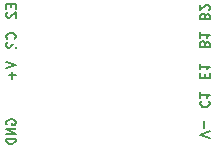
<source format=gbr>
%TF.GenerationSoftware,KiCad,Pcbnew,(7.0.0-rc2-224-g3ecd6ec186)*%
%TF.CreationDate,2023-02-20T11:58:51+01:00*%
%TF.ProjectId,TA726,54413732-362e-46b6-9963-61645f706362,rev?*%
%TF.SameCoordinates,Original*%
%TF.FileFunction,Legend,Bot*%
%TF.FilePolarity,Positive*%
%FSLAX46Y46*%
G04 Gerber Fmt 4.6, Leading zero omitted, Abs format (unit mm)*
G04 Created by KiCad (PCBNEW (7.0.0-rc2-224-g3ecd6ec186)) date 2023-02-20 11:58:51*
%MOMM*%
%LPD*%
G01*
G04 APERTURE LIST*
%ADD10C,0.200000*%
%ADD11C,1.440000*%
%ADD12O,6.100000X1.600000*%
%ADD13C,0.800000*%
G04 APERTURE END LIST*
D10*
X202670400Y-98983723D02*
X202632304Y-98907533D01*
X202632304Y-98907533D02*
X202632304Y-98793247D01*
X202632304Y-98793247D02*
X202670400Y-98678961D01*
X202670400Y-98678961D02*
X202746590Y-98602771D01*
X202746590Y-98602771D02*
X202822780Y-98564676D01*
X202822780Y-98564676D02*
X202975161Y-98526580D01*
X202975161Y-98526580D02*
X203089447Y-98526580D01*
X203089447Y-98526580D02*
X203241828Y-98564676D01*
X203241828Y-98564676D02*
X203318019Y-98602771D01*
X203318019Y-98602771D02*
X203394209Y-98678961D01*
X203394209Y-98678961D02*
X203432304Y-98793247D01*
X203432304Y-98793247D02*
X203432304Y-98869438D01*
X203432304Y-98869438D02*
X203394209Y-98983723D01*
X203394209Y-98983723D02*
X203356114Y-99021819D01*
X203356114Y-99021819D02*
X203089447Y-99021819D01*
X203089447Y-99021819D02*
X203089447Y-98869438D01*
X203432304Y-99364676D02*
X202632304Y-99364676D01*
X202632304Y-99364676D02*
X203432304Y-99821819D01*
X203432304Y-99821819D02*
X202632304Y-99821819D01*
X203432304Y-100202771D02*
X202632304Y-100202771D01*
X202632304Y-100202771D02*
X202632304Y-100393247D01*
X202632304Y-100393247D02*
X202670400Y-100507533D01*
X202670400Y-100507533D02*
X202746590Y-100583723D01*
X202746590Y-100583723D02*
X202822780Y-100621818D01*
X202822780Y-100621818D02*
X202975161Y-100659914D01*
X202975161Y-100659914D02*
X203089447Y-100659914D01*
X203089447Y-100659914D02*
X203241828Y-100621818D01*
X203241828Y-100621818D02*
X203318019Y-100583723D01*
X203318019Y-100583723D02*
X203394209Y-100507533D01*
X203394209Y-100507533D02*
X203432304Y-100393247D01*
X203432304Y-100393247D02*
X203432304Y-100202771D01*
X219845895Y-100101409D02*
X219045895Y-99834742D01*
X219045895Y-99834742D02*
X219845895Y-99568076D01*
X219350657Y-99301409D02*
X219350657Y-98691886D01*
X203356114Y-91732019D02*
X203394209Y-91693923D01*
X203394209Y-91693923D02*
X203432304Y-91579638D01*
X203432304Y-91579638D02*
X203432304Y-91503447D01*
X203432304Y-91503447D02*
X203394209Y-91389161D01*
X203394209Y-91389161D02*
X203318019Y-91312971D01*
X203318019Y-91312971D02*
X203241828Y-91274876D01*
X203241828Y-91274876D02*
X203089447Y-91236780D01*
X203089447Y-91236780D02*
X202975161Y-91236780D01*
X202975161Y-91236780D02*
X202822780Y-91274876D01*
X202822780Y-91274876D02*
X202746590Y-91312971D01*
X202746590Y-91312971D02*
X202670400Y-91389161D01*
X202670400Y-91389161D02*
X202632304Y-91503447D01*
X202632304Y-91503447D02*
X202632304Y-91579638D01*
X202632304Y-91579638D02*
X202670400Y-91693923D01*
X202670400Y-91693923D02*
X202708495Y-91732019D01*
X202708495Y-92036780D02*
X202670400Y-92074876D01*
X202670400Y-92074876D02*
X202632304Y-92151066D01*
X202632304Y-92151066D02*
X202632304Y-92341542D01*
X202632304Y-92341542D02*
X202670400Y-92417733D01*
X202670400Y-92417733D02*
X202708495Y-92455828D01*
X202708495Y-92455828D02*
X202784685Y-92493923D01*
X202784685Y-92493923D02*
X202860876Y-92493923D01*
X202860876Y-92493923D02*
X202975161Y-92455828D01*
X202975161Y-92455828D02*
X203432304Y-91998685D01*
X203432304Y-91998685D02*
X203432304Y-92493923D01*
X219464942Y-92125857D02*
X219426847Y-92011571D01*
X219426847Y-92011571D02*
X219388752Y-91973476D01*
X219388752Y-91973476D02*
X219312561Y-91935380D01*
X219312561Y-91935380D02*
X219198276Y-91935380D01*
X219198276Y-91935380D02*
X219122085Y-91973476D01*
X219122085Y-91973476D02*
X219083990Y-92011571D01*
X219083990Y-92011571D02*
X219045895Y-92087761D01*
X219045895Y-92087761D02*
X219045895Y-92392523D01*
X219045895Y-92392523D02*
X219845895Y-92392523D01*
X219845895Y-92392523D02*
X219845895Y-92125857D01*
X219845895Y-92125857D02*
X219807800Y-92049666D01*
X219807800Y-92049666D02*
X219769704Y-92011571D01*
X219769704Y-92011571D02*
X219693514Y-91973476D01*
X219693514Y-91973476D02*
X219617323Y-91973476D01*
X219617323Y-91973476D02*
X219541133Y-92011571D01*
X219541133Y-92011571D02*
X219503038Y-92049666D01*
X219503038Y-92049666D02*
X219464942Y-92125857D01*
X219464942Y-92125857D02*
X219464942Y-92392523D01*
X219045895Y-91173476D02*
X219045895Y-91630619D01*
X219045895Y-91402047D02*
X219845895Y-91402047D01*
X219845895Y-91402047D02*
X219731609Y-91478238D01*
X219731609Y-91478238D02*
X219655419Y-91554428D01*
X219655419Y-91554428D02*
X219617323Y-91630619D01*
X219122085Y-97015380D02*
X219083990Y-97053476D01*
X219083990Y-97053476D02*
X219045895Y-97167761D01*
X219045895Y-97167761D02*
X219045895Y-97243952D01*
X219045895Y-97243952D02*
X219083990Y-97358238D01*
X219083990Y-97358238D02*
X219160180Y-97434428D01*
X219160180Y-97434428D02*
X219236371Y-97472523D01*
X219236371Y-97472523D02*
X219388752Y-97510619D01*
X219388752Y-97510619D02*
X219503038Y-97510619D01*
X219503038Y-97510619D02*
X219655419Y-97472523D01*
X219655419Y-97472523D02*
X219731609Y-97434428D01*
X219731609Y-97434428D02*
X219807800Y-97358238D01*
X219807800Y-97358238D02*
X219845895Y-97243952D01*
X219845895Y-97243952D02*
X219845895Y-97167761D01*
X219845895Y-97167761D02*
X219807800Y-97053476D01*
X219807800Y-97053476D02*
X219769704Y-97015380D01*
X219045895Y-96253476D02*
X219045895Y-96710619D01*
X219045895Y-96482047D02*
X219845895Y-96482047D01*
X219845895Y-96482047D02*
X219731609Y-96558238D01*
X219731609Y-96558238D02*
X219655419Y-96634428D01*
X219655419Y-96634428D02*
X219617323Y-96710619D01*
X219464942Y-89789057D02*
X219426847Y-89674771D01*
X219426847Y-89674771D02*
X219388752Y-89636676D01*
X219388752Y-89636676D02*
X219312561Y-89598580D01*
X219312561Y-89598580D02*
X219198276Y-89598580D01*
X219198276Y-89598580D02*
X219122085Y-89636676D01*
X219122085Y-89636676D02*
X219083990Y-89674771D01*
X219083990Y-89674771D02*
X219045895Y-89750961D01*
X219045895Y-89750961D02*
X219045895Y-90055723D01*
X219045895Y-90055723D02*
X219845895Y-90055723D01*
X219845895Y-90055723D02*
X219845895Y-89789057D01*
X219845895Y-89789057D02*
X219807800Y-89712866D01*
X219807800Y-89712866D02*
X219769704Y-89674771D01*
X219769704Y-89674771D02*
X219693514Y-89636676D01*
X219693514Y-89636676D02*
X219617323Y-89636676D01*
X219617323Y-89636676D02*
X219541133Y-89674771D01*
X219541133Y-89674771D02*
X219503038Y-89712866D01*
X219503038Y-89712866D02*
X219464942Y-89789057D01*
X219464942Y-89789057D02*
X219464942Y-90055723D01*
X219769704Y-89293819D02*
X219807800Y-89255723D01*
X219807800Y-89255723D02*
X219845895Y-89179533D01*
X219845895Y-89179533D02*
X219845895Y-88989057D01*
X219845895Y-88989057D02*
X219807800Y-88912866D01*
X219807800Y-88912866D02*
X219769704Y-88874771D01*
X219769704Y-88874771D02*
X219693514Y-88836676D01*
X219693514Y-88836676D02*
X219617323Y-88836676D01*
X219617323Y-88836676D02*
X219503038Y-88874771D01*
X219503038Y-88874771D02*
X219045895Y-89331914D01*
X219045895Y-89331914D02*
X219045895Y-88836676D01*
X203013257Y-88811076D02*
X203013257Y-89077742D01*
X203432304Y-89192028D02*
X203432304Y-88811076D01*
X203432304Y-88811076D02*
X202632304Y-88811076D01*
X202632304Y-88811076D02*
X202632304Y-89192028D01*
X202708495Y-89496790D02*
X202670400Y-89534886D01*
X202670400Y-89534886D02*
X202632304Y-89611076D01*
X202632304Y-89611076D02*
X202632304Y-89801552D01*
X202632304Y-89801552D02*
X202670400Y-89877743D01*
X202670400Y-89877743D02*
X202708495Y-89915838D01*
X202708495Y-89915838D02*
X202784685Y-89953933D01*
X202784685Y-89953933D02*
X202860876Y-89953933D01*
X202860876Y-89953933D02*
X202975161Y-89915838D01*
X202975161Y-89915838D02*
X203432304Y-89458695D01*
X203432304Y-89458695D02*
X203432304Y-89953933D01*
X219464942Y-95008723D02*
X219464942Y-94742057D01*
X219045895Y-94627771D02*
X219045895Y-95008723D01*
X219045895Y-95008723D02*
X219845895Y-95008723D01*
X219845895Y-95008723D02*
X219845895Y-94627771D01*
X219045895Y-93865866D02*
X219045895Y-94323009D01*
X219045895Y-94094437D02*
X219845895Y-94094437D01*
X219845895Y-94094437D02*
X219731609Y-94170628D01*
X219731609Y-94170628D02*
X219655419Y-94246818D01*
X219655419Y-94246818D02*
X219617323Y-94323009D01*
X202632304Y-93700590D02*
X203432304Y-93967257D01*
X203432304Y-93967257D02*
X202632304Y-94233923D01*
X203127542Y-94500590D02*
X203127542Y-95110114D01*
X203432304Y-94805352D02*
X202822780Y-94805352D01*
%LPC*%
D11*
%TO.C,RV1*%
X213842600Y-81864200D03*
X211302600Y-79324200D03*
X211302600Y-81864200D03*
X208762600Y-81864200D03*
%TD*%
D12*
%TO.C,J1*%
X207247462Y-99466399D03*
X207247462Y-96926399D03*
X207247462Y-94386399D03*
X207247462Y-91846399D03*
X207247462Y-89306399D03*
X215137462Y-89306399D03*
X215137462Y-91846399D03*
X215137462Y-94386399D03*
X215137462Y-96926399D03*
X215137462Y-99466399D03*
%TD*%
D13*
X219150500Y-93296583D03*
X218414600Y-101741400D03*
X217551399Y-89331800D03*
X203602170Y-92066322D03*
X203848512Y-93249888D03*
X210892336Y-94500109D03*
X218450999Y-90650000D03*
X211171812Y-91494588D03*
X206502000Y-86893400D03*
X204950000Y-80150000D03*
X212797600Y-102010000D03*
X217653305Y-80150001D03*
X207035400Y-103555800D03*
X215200001Y-86334602D03*
X203860400Y-99430000D03*
X204950000Y-83750000D03*
X218299998Y-98200000D03*
X207010000Y-101741398D03*
X210972400Y-102590600D03*
X208991200Y-103784400D03*
X203517500Y-100876100D03*
X212090000Y-98348800D03*
M02*

</source>
